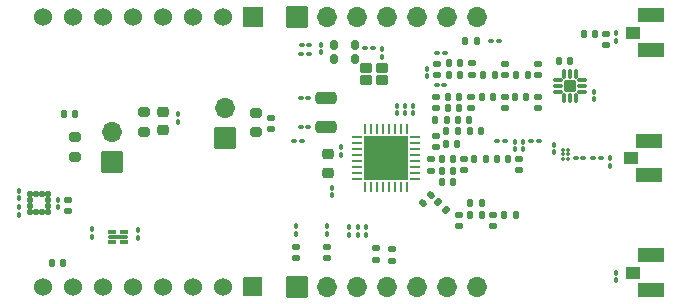
<source format=gbr>
%TF.GenerationSoftware,KiCad,Pcbnew,(6.0.8)*%
%TF.CreationDate,2023-04-10T13:30:07+02:00*%
%TF.ProjectId,LR1120_Mikrobus,4c523131-3230-45f4-9d69-6b726f627573,rev?*%
%TF.SameCoordinates,Original*%
%TF.FileFunction,Soldermask,Top*%
%TF.FilePolarity,Negative*%
%FSLAX46Y46*%
G04 Gerber Fmt 4.6, Leading zero omitted, Abs format (unit mm)*
G04 Created by KiCad (PCBNEW (6.0.8)) date 2023-04-10 13:30:07*
%MOMM*%
%LPD*%
G01*
G04 APERTURE LIST*
G04 Aperture macros list*
%AMRoundRect*
0 Rectangle with rounded corners*
0 $1 Rounding radius*
0 $2 $3 $4 $5 $6 $7 $8 $9 X,Y pos of 4 corners*
0 Add a 4 corners polygon primitive as box body*
4,1,4,$2,$3,$4,$5,$6,$7,$8,$9,$2,$3,0*
0 Add four circle primitives for the rounded corners*
1,1,$1+$1,$2,$3*
1,1,$1+$1,$4,$5*
1,1,$1+$1,$6,$7*
1,1,$1+$1,$8,$9*
0 Add four rect primitives between the rounded corners*
20,1,$1+$1,$2,$3,$4,$5,0*
20,1,$1+$1,$4,$5,$6,$7,0*
20,1,$1+$1,$6,$7,$8,$9,0*
20,1,$1+$1,$8,$9,$2,$3,0*%
G04 Aperture macros list end*
%ADD10RoundRect,0.001000X-0.838200X0.838200X-0.838200X-0.838200X0.838200X-0.838200X0.838200X0.838200X0*%
%ADD11C,1.526000*%
%ADD12RoundRect,0.001000X-0.762000X0.762000X-0.762000X-0.762000X0.762000X-0.762000X0.762000X0.762000X0*%
%ADD13RoundRect,0.101000X-0.100000X0.130000X-0.100000X-0.130000X0.100000X-0.130000X0.100000X0.130000X0*%
%ADD14RoundRect,0.001000X-0.187500X-0.175000X0.187500X-0.175000X0.187500X0.175000X-0.187500X0.175000X0*%
%ADD15RoundRect,0.001000X0.175000X-0.187500X0.175000X0.187500X-0.175000X0.187500X-0.175000X-0.187500X0*%
%ADD16RoundRect,0.201000X0.275000X-0.200000X0.275000X0.200000X-0.275000X0.200000X-0.275000X-0.200000X0*%
%ADD17RoundRect,0.101000X0.100000X-0.130000X0.100000X0.130000X-0.100000X0.130000X-0.100000X-0.130000X0*%
%ADD18RoundRect,0.001000X0.850000X-0.850000X0.850000X0.850000X-0.850000X0.850000X-0.850000X-0.850000X0*%
%ADD19O,1.702000X1.702000*%
%ADD20RoundRect,0.101000X-0.130000X-0.100000X0.130000X-0.100000X0.130000X0.100000X-0.130000X0.100000X0*%
%ADD21RoundRect,0.148500X0.147500X0.172500X-0.147500X0.172500X-0.147500X-0.172500X0.147500X-0.172500X0*%
%ADD22RoundRect,0.141000X-0.140000X-0.170000X0.140000X-0.170000X0.140000X0.170000X-0.140000X0.170000X0*%
%ADD23RoundRect,0.001000X0.375000X-0.125000X0.375000X0.125000X-0.375000X0.125000X-0.375000X-0.125000X0*%
%ADD24RoundRect,0.001000X-0.125000X-0.375000X0.125000X-0.375000X0.125000X0.375000X-0.125000X0.375000X0*%
%ADD25RoundRect,0.001000X-0.430000X-0.430000X0.430000X-0.430000X0.430000X0.430000X-0.430000X0.430000X0*%
%ADD26RoundRect,0.141000X0.170000X-0.140000X0.170000X0.140000X-0.170000X0.140000X-0.170000X-0.140000X0*%
%ADD27RoundRect,0.001000X0.850000X0.850000X-0.850000X0.850000X-0.850000X-0.850000X0.850000X-0.850000X0*%
%ADD28RoundRect,0.001000X0.425000X-0.375000X0.425000X0.375000X-0.425000X0.375000X-0.425000X-0.375000X0*%
%ADD29RoundRect,0.148500X0.172500X-0.147500X0.172500X0.147500X-0.172500X0.147500X-0.172500X-0.147500X0*%
%ADD30RoundRect,0.001000X-0.525000X-0.500000X0.525000X-0.500000X0.525000X0.500000X-0.525000X0.500000X0*%
%ADD31RoundRect,0.001000X-1.100000X-0.525000X1.100000X-0.525000X1.100000X0.525000X-1.100000X0.525000X0*%
%ADD32RoundRect,0.141000X-0.170000X0.140000X-0.170000X-0.140000X0.170000X-0.140000X0.170000X0.140000X0*%
%ADD33RoundRect,0.101000X0.130000X0.100000X-0.130000X0.100000X-0.130000X-0.100000X0.130000X-0.100000X0*%
%ADD34RoundRect,0.141000X-0.021213X0.219203X-0.219203X0.021213X0.021213X-0.219203X0.219203X-0.021213X0*%
%ADD35RoundRect,0.148500X-0.172500X0.147500X-0.172500X-0.147500X0.172500X-0.147500X0.172500X0.147500X0*%
%ADD36RoundRect,0.251000X-0.650000X0.250000X-0.650000X-0.250000X0.650000X-0.250000X0.650000X0.250000X0*%
%ADD37RoundRect,0.136000X0.185000X-0.135000X0.185000X0.135000X-0.185000X0.135000X-0.185000X-0.135000X0*%
%ADD38RoundRect,0.063500X-0.062500X0.337500X-0.062500X-0.337500X0.062500X-0.337500X0.062500X0.337500X0*%
%ADD39RoundRect,0.063500X-0.337500X0.062500X-0.337500X-0.062500X0.337500X-0.062500X0.337500X0.062500X0*%
%ADD40RoundRect,0.001000X-1.850000X1.850000X-1.850000X-1.850000X1.850000X-1.850000X1.850000X1.850000X0*%
%ADD41RoundRect,0.001000X0.300000X-0.100000X0.300000X0.100000X-0.300000X0.100000X-0.300000X-0.100000X0*%
%ADD42RoundRect,0.001000X0.800000X-0.100000X0.800000X0.100000X-0.800000X0.100000X-0.800000X-0.100000X0*%
%ADD43RoundRect,0.141000X0.140000X0.170000X-0.140000X0.170000X-0.140000X-0.170000X0.140000X-0.170000X0*%
%ADD44RoundRect,0.226000X0.250000X-0.225000X0.250000X0.225000X-0.250000X0.225000X-0.250000X-0.225000X0*%
%ADD45RoundRect,0.148500X0.226274X0.017678X0.017678X0.226274X-0.226274X-0.017678X-0.017678X-0.226274X0*%
%ADD46RoundRect,0.001000X0.125000X-0.125000X0.125000X0.125000X-0.125000X0.125000X-0.125000X-0.125000X0*%
%ADD47RoundRect,0.219750X0.256250X-0.218750X0.256250X0.218750X-0.256250X0.218750X-0.256250X-0.218750X0*%
%ADD48RoundRect,0.151000X-0.150000X-0.250000X0.150000X-0.250000X0.150000X0.250000X-0.150000X0.250000X0*%
G04 APERTURE END LIST*
D10*
%TO.C,CON1*%
X121685000Y-101285000D03*
D11*
X119145000Y-101285000D03*
X116605000Y-101285000D03*
X114065000Y-101285000D03*
X111525000Y-101285000D03*
X108985000Y-101285000D03*
X106445000Y-101285000D03*
X103905000Y-101285000D03*
X103905000Y-124145000D03*
X106445000Y-124145000D03*
X108985000Y-124145000D03*
X111525000Y-124145000D03*
X114065000Y-124145000D03*
X116605000Y-124145000D03*
X119145000Y-124145000D03*
D12*
X121685000Y-124145000D03*
%TD*%
D13*
%TO.C,C4*%
X128300000Y-115725000D03*
X128300000Y-116365000D03*
%TD*%
D14*
%TO.C,U5*%
X102737500Y-116250000D03*
X102737500Y-116750000D03*
X102737500Y-117250000D03*
X102737500Y-117750000D03*
D15*
X103250000Y-117762500D03*
X103750000Y-117762500D03*
D14*
X104262500Y-117750000D03*
X104262500Y-117250000D03*
X104262500Y-116750000D03*
X104262500Y-116250000D03*
D15*
X103750000Y-116237500D03*
X103250000Y-116237500D03*
%TD*%
D16*
%TO.C,R1*%
X121900000Y-111025000D03*
X121900000Y-109375000D03*
%TD*%
D17*
%TO.C,R3*%
X132600000Y-104620000D03*
X132600000Y-103980000D03*
%TD*%
D18*
%TO.C,J1*%
X125400000Y-101300000D03*
D19*
X127940000Y-101300000D03*
X130480000Y-101300000D03*
X133020000Y-101300000D03*
X135560000Y-101300000D03*
X138100000Y-101300000D03*
X140640000Y-101300000D03*
%TD*%
D17*
%TO.C,C2*%
X133800000Y-109420000D03*
X133800000Y-108780000D03*
%TD*%
D20*
%TO.C,C56*%
X125680000Y-108100000D03*
X126320000Y-108100000D03*
%TD*%
D21*
%TO.C,L6*%
X142100000Y-106200000D03*
X141130000Y-106200000D03*
%TD*%
D22*
%TO.C,C37*%
X104600000Y-122100000D03*
X105560000Y-122100000D03*
%TD*%
D23*
%TO.C,U2*%
X147500000Y-106600000D03*
X147500000Y-107100000D03*
X147500000Y-107600000D03*
D24*
X148000000Y-108100000D03*
X148500000Y-108100000D03*
X149000000Y-108100000D03*
D23*
X149500000Y-107600000D03*
X149500000Y-107100000D03*
X149500000Y-106600000D03*
D24*
X149000000Y-106100000D03*
X148500000Y-106100000D03*
X148000000Y-106100000D03*
D25*
X148500000Y-107100000D03*
%TD*%
D26*
%TO.C,C11*%
X143000000Y-106200000D03*
X143000000Y-105240000D03*
%TD*%
D27*
%TO.C,VDD_RF_SW1*%
X109700000Y-113575000D03*
D19*
X109700000Y-111035000D03*
%TD*%
D22*
%TO.C,C23*%
X137640000Y-113300000D03*
X138600000Y-113300000D03*
%TD*%
D21*
%TO.C,L7*%
X139100000Y-109000000D03*
X138130000Y-109000000D03*
%TD*%
D28*
%TO.C,Q1*%
X131250000Y-106600000D03*
X132600000Y-106600000D03*
X132600000Y-105550000D03*
X131250000Y-105550000D03*
%TD*%
D17*
%TO.C,R6*%
X101800000Y-118000000D03*
X101800000Y-117360000D03*
%TD*%
D29*
%TO.C,L3*%
X137200000Y-106200000D03*
X137200000Y-105230000D03*
%TD*%
D26*
%TO.C,C26*%
X144200000Y-114260000D03*
X144200000Y-113300000D03*
%TD*%
D13*
%TO.C,C49*%
X127400000Y-103625000D03*
X127400000Y-104265000D03*
%TD*%
%TO.C,C58*%
X147100000Y-112080000D03*
X147100000Y-112720000D03*
%TD*%
D26*
%TO.C,C9*%
X140200000Y-106160000D03*
X140200000Y-105200000D03*
%TD*%
D30*
%TO.C,ANT_LR112x1*%
X153850000Y-102600000D03*
D31*
X155375000Y-104075000D03*
X155375000Y-101125000D03*
%TD*%
D13*
%TO.C,R15*%
X125300000Y-118980000D03*
X125300000Y-119620000D03*
%TD*%
D32*
%TO.C,C16*%
X142950000Y-108000000D03*
X142950000Y-108960000D03*
%TD*%
D33*
%TO.C,C54*%
X151100000Y-113200000D03*
X150460000Y-113200000D03*
%TD*%
%TO.C,R9*%
X145865000Y-111800000D03*
X145225000Y-111800000D03*
%TD*%
D20*
%TO.C,C6*%
X137260000Y-104300000D03*
X137900000Y-104300000D03*
%TD*%
D13*
%TO.C,R5*%
X101800000Y-115960000D03*
X101800000Y-116600000D03*
%TD*%
D22*
%TO.C,C10*%
X143940000Y-106200000D03*
X144900000Y-106200000D03*
%TD*%
D34*
%TO.C,C27*%
X136700000Y-116300000D03*
X136021178Y-116978822D03*
%TD*%
D17*
%TO.C,R17*%
X129800000Y-119720000D03*
X129800000Y-119080000D03*
%TD*%
D35*
%TO.C,L9*%
X137100000Y-111330000D03*
X137100000Y-112300000D03*
%TD*%
D22*
%TO.C,C21*%
X139000000Y-110000000D03*
X139960000Y-110000000D03*
%TD*%
D36*
%TO.C,Q3*%
X127800000Y-108100000D03*
X127800000Y-110600000D03*
%TD*%
D22*
%TO.C,C35*%
X105640000Y-109500000D03*
X106600000Y-109500000D03*
%TD*%
D17*
%TO.C,C1*%
X134500000Y-109420000D03*
X134500000Y-108780000D03*
%TD*%
D20*
%TO.C,L14*%
X148980000Y-113200000D03*
X149620000Y-113200000D03*
%TD*%
D35*
%TO.C,RX1*%
X125300000Y-120700000D03*
X125300000Y-121670000D03*
%TD*%
D22*
%TO.C,C19*%
X137090000Y-109950000D03*
X138050000Y-109950000D03*
%TD*%
D13*
%TO.C,C39*%
X150500000Y-107580000D03*
X150500000Y-108220000D03*
%TD*%
D22*
%TO.C,C29*%
X142940000Y-118000000D03*
X143900000Y-118000000D03*
%TD*%
D17*
%TO.C,D2*%
X151900000Y-113865000D03*
X151900000Y-113225000D03*
%TD*%
D26*
%TO.C,C24*%
X139500000Y-114260000D03*
X139500000Y-113300000D03*
%TD*%
D21*
%TO.C,L10*%
X139000000Y-110900000D03*
X138030000Y-110900000D03*
%TD*%
D17*
%TO.C,C47*%
X105100000Y-117365000D03*
X105100000Y-116725000D03*
%TD*%
D22*
%TO.C,C25*%
X140400000Y-113300000D03*
X141360000Y-113300000D03*
%TD*%
%TO.C,C8*%
X138240000Y-105200000D03*
X139200000Y-105200000D03*
%TD*%
D32*
%TO.C,C30*%
X142000000Y-118000000D03*
X142000000Y-118960000D03*
%TD*%
D16*
%TO.C,R2*%
X112400000Y-110975000D03*
X112400000Y-109325000D03*
%TD*%
D17*
%TO.C,C3*%
X129100000Y-112920000D03*
X129100000Y-112280000D03*
%TD*%
D27*
%TO.C,VDD_RADIO1*%
X119300000Y-111475000D03*
D19*
X119300000Y-108935000D03*
%TD*%
D17*
%TO.C,C33*%
X115300000Y-110120000D03*
X115300000Y-109480000D03*
%TD*%
D21*
%TO.C,L20*%
X141000000Y-118000000D03*
X140030000Y-118000000D03*
%TD*%
D18*
%TO.C,J2*%
X125360000Y-124100000D03*
D19*
X127900000Y-124100000D03*
X130440000Y-124100000D03*
X132980000Y-124100000D03*
X135520000Y-124100000D03*
X138060000Y-124100000D03*
X140600000Y-124100000D03*
%TD*%
D20*
%TO.C,C55*%
X125735000Y-104400000D03*
X126375000Y-104400000D03*
%TD*%
D37*
%TO.C,LR112x_1*%
X132100000Y-121820000D03*
X132100000Y-120800000D03*
%TD*%
D35*
%TO.C,L4*%
X137150000Y-108030000D03*
X137150000Y-109000000D03*
%TD*%
D16*
%TO.C,R10*%
X106600000Y-113100000D03*
X106600000Y-111450000D03*
%TD*%
D33*
%TO.C,R30*%
X142480000Y-103300000D03*
X141840000Y-103300000D03*
%TD*%
D38*
%TO.C,U1*%
X134650000Y-110750000D03*
X134150000Y-110750000D03*
X133650000Y-110750000D03*
X133150000Y-110750000D03*
X132650000Y-110750000D03*
X132150000Y-110750000D03*
X131650000Y-110750000D03*
X131150000Y-110750000D03*
D39*
X130450000Y-111450000D03*
X130450000Y-111950000D03*
X130450000Y-112450000D03*
X130450000Y-112950000D03*
X130450000Y-113450000D03*
X130450000Y-113950000D03*
X130450000Y-114450000D03*
X130450000Y-114950000D03*
D38*
X131150000Y-115650000D03*
X131650000Y-115650000D03*
X132150000Y-115650000D03*
X132650000Y-115650000D03*
X133150000Y-115650000D03*
X133650000Y-115650000D03*
X134150000Y-115650000D03*
X134650000Y-115650000D03*
D39*
X135350000Y-114950000D03*
X135350000Y-114450000D03*
X135350000Y-113950000D03*
X135350000Y-113450000D03*
X135350000Y-112950000D03*
X135350000Y-112450000D03*
X135350000Y-111950000D03*
X135350000Y-111450000D03*
D40*
X132900000Y-113200000D03*
%TD*%
D41*
%TO.C,U7*%
X109700000Y-119500000D03*
D42*
X110200000Y-119900000D03*
D41*
X109700000Y-120300000D03*
X110700000Y-120300000D03*
X110700000Y-119500000D03*
%TD*%
D17*
%TO.C,C5*%
X135200000Y-109420000D03*
X135200000Y-108780000D03*
%TD*%
D13*
%TO.C,C45*%
X143800000Y-111825000D03*
X143800000Y-112465000D03*
%TD*%
D21*
%TO.C,L8*%
X142000000Y-108000000D03*
X141030000Y-108000000D03*
%TD*%
D17*
%TO.C,D3*%
X152400000Y-123540000D03*
X152400000Y-122900000D03*
%TD*%
D32*
%TO.C,C17*%
X145750000Y-108000000D03*
X145750000Y-108960000D03*
%TD*%
D13*
%TO.C,R18*%
X130500000Y-119080000D03*
X130500000Y-119720000D03*
%TD*%
D35*
%TO.C,L11*%
X136700000Y-113300000D03*
X136700000Y-114270000D03*
%TD*%
D21*
%TO.C,L17*%
X150600000Y-102745000D03*
X149630000Y-102745000D03*
%TD*%
D32*
%TO.C,C34*%
X123200000Y-109800000D03*
X123200000Y-110760000D03*
%TD*%
D20*
%TO.C,FB1*%
X125760000Y-103600000D03*
X126400000Y-103600000D03*
%TD*%
D22*
%TO.C,C13*%
X138140000Y-108000000D03*
X139100000Y-108000000D03*
%TD*%
D26*
%TO.C,C48*%
X106000000Y-117680000D03*
X106000000Y-116720000D03*
%TD*%
D37*
%TO.C,LR112x_2*%
X133400000Y-121900000D03*
X133400000Y-120880000D03*
%TD*%
D20*
%TO.C,C7*%
X137185000Y-107050000D03*
X137825000Y-107050000D03*
%TD*%
D43*
%TO.C,C31*%
X148500000Y-105000000D03*
X147540000Y-105000000D03*
%TD*%
D21*
%TO.C,L5*%
X139170000Y-106200000D03*
X138200000Y-106200000D03*
%TD*%
D13*
%TO.C,C52*%
X108000000Y-119225000D03*
X108000000Y-119865000D03*
%TD*%
D17*
%TO.C,R33*%
X136400000Y-106275000D03*
X136400000Y-105635000D03*
%TD*%
%TO.C,D1*%
X152400000Y-103265000D03*
X152400000Y-102625000D03*
%TD*%
D32*
%TO.C,C32*%
X151500000Y-102665000D03*
X151500000Y-103625000D03*
%TD*%
D43*
%TO.C,C18*%
X138960000Y-112000000D03*
X138000000Y-112000000D03*
%TD*%
%TO.C,C22*%
X138600000Y-115200000D03*
X137640000Y-115200000D03*
%TD*%
D44*
%TO.C,C38*%
X114000000Y-110850000D03*
X114000000Y-109300000D03*
%TD*%
D30*
%TO.C,ANT_GNSS1*%
X153650000Y-113200000D03*
D31*
X155175000Y-111725000D03*
X155175000Y-114675000D03*
%TD*%
D35*
%TO.C,TX1*%
X127900000Y-120700000D03*
X127900000Y-121670000D03*
%TD*%
D33*
%TO.C,R32*%
X125775000Y-111800000D03*
X125135000Y-111800000D03*
%TD*%
D45*
%TO.C,L15*%
X138000000Y-117642947D03*
X137314106Y-116957053D03*
%TD*%
D21*
%TO.C,L13*%
X143270000Y-113300000D03*
X142300000Y-113300000D03*
%TD*%
%TO.C,Scanning1*%
X140600000Y-103300000D03*
X139630000Y-103300000D03*
%TD*%
D22*
%TO.C,C53*%
X140040000Y-117000000D03*
X141000000Y-117000000D03*
%TD*%
D33*
%TO.C,C50*%
X131775000Y-103900000D03*
X131135000Y-103900000D03*
%TD*%
D20*
%TO.C,C57*%
X125680000Y-110600000D03*
X126320000Y-110600000D03*
%TD*%
D46*
%TO.C,U8*%
X147875000Y-112500000D03*
X147875000Y-112900000D03*
X147875000Y-113300000D03*
X148275000Y-113300000D03*
X148275000Y-112900000D03*
X148275000Y-112500000D03*
%TD*%
D32*
%TO.C,C28*%
X139100000Y-118000000D03*
X139100000Y-118960000D03*
%TD*%
D13*
%TO.C,R14*%
X127900000Y-119000000D03*
X127900000Y-119640000D03*
%TD*%
D17*
%TO.C,R31*%
X111900000Y-119940000D03*
X111900000Y-119300000D03*
%TD*%
D20*
%TO.C,R8*%
X142335000Y-111800000D03*
X142975000Y-111800000D03*
%TD*%
D32*
%TO.C,C14*%
X140100000Y-108000000D03*
X140100000Y-108960000D03*
%TD*%
D13*
%TO.C,C43*%
X131200000Y-119080000D03*
X131200000Y-119720000D03*
%TD*%
D22*
%TO.C,C15*%
X143840000Y-108000000D03*
X144800000Y-108000000D03*
%TD*%
D43*
%TO.C,C20*%
X140960000Y-110900000D03*
X140000000Y-110900000D03*
%TD*%
D21*
%TO.C,L12*%
X138600000Y-114300000D03*
X137630000Y-114300000D03*
%TD*%
D13*
%TO.C,C46*%
X144500000Y-111825000D03*
X144500000Y-112465000D03*
%TD*%
D47*
%TO.C,L1*%
X128000000Y-114475000D03*
X128000000Y-112900000D03*
%TD*%
D26*
%TO.C,C12*%
X145800000Y-106200000D03*
X145800000Y-105240000D03*
%TD*%
D48*
%TO.C,Q2*%
X128500000Y-103600000D03*
X130300000Y-103600000D03*
X130300000Y-104800000D03*
X128500000Y-104800000D03*
%TD*%
D30*
%TO.C,ANT_WIFI1*%
X153850000Y-122900000D03*
D31*
X155375000Y-124375000D03*
X155375000Y-121425000D03*
%TD*%
M02*

</source>
